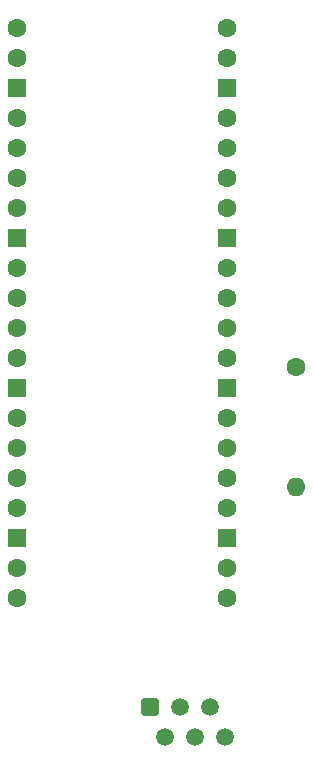
<source format=gbl>
G04 #@! TF.GenerationSoftware,KiCad,Pcbnew,8.0.3*
G04 #@! TF.CreationDate,2024-06-17T12:07:06+02:00*
G04 #@! TF.ProjectId,Rasppipico f_r HAN-port,52617370-7069-4706-9963-6f2066f67220,rev?*
G04 #@! TF.SameCoordinates,Original*
G04 #@! TF.FileFunction,Copper,L2,Bot*
G04 #@! TF.FilePolarity,Positive*
%FSLAX46Y46*%
G04 Gerber Fmt 4.6, Leading zero omitted, Abs format (unit mm)*
G04 Created by KiCad (PCBNEW 8.0.3) date 2024-06-17 12:07:06*
%MOMM*%
%LPD*%
G01*
G04 APERTURE LIST*
G04 Aperture macros list*
%AMRoundRect*
0 Rectangle with rounded corners*
0 $1 Rounding radius*
0 $2 $3 $4 $5 $6 $7 $8 $9 X,Y pos of 4 corners*
0 Add a 4 corners polygon primitive as box body*
4,1,4,$2,$3,$4,$5,$6,$7,$8,$9,$2,$3,0*
0 Add four circle primitives for the rounded corners*
1,1,$1+$1,$2,$3*
1,1,$1+$1,$4,$5*
1,1,$1+$1,$6,$7*
1,1,$1+$1,$8,$9*
0 Add four rect primitives between the rounded corners*
20,1,$1+$1,$2,$3,$4,$5,0*
20,1,$1+$1,$4,$5,$6,$7,0*
20,1,$1+$1,$6,$7,$8,$9,0*
20,1,$1+$1,$8,$9,$2,$3,0*%
G04 Aperture macros list end*
G04 #@! TA.AperFunction,ComponentPad*
%ADD10O,1.600000X1.600000*%
G04 #@! TD*
G04 #@! TA.AperFunction,ComponentPad*
%ADD11C,1.600000*%
G04 #@! TD*
G04 #@! TA.AperFunction,ComponentPad*
%ADD12C,1.520000*%
G04 #@! TD*
G04 #@! TA.AperFunction,ComponentPad*
%ADD13RoundRect,0.250000X-0.510000X-0.510000X0.510000X-0.510000X0.510000X0.510000X-0.510000X0.510000X0*%
G04 #@! TD*
G04 #@! TA.AperFunction,ComponentPad*
%ADD14RoundRect,0.200000X-0.600000X-0.600000X0.600000X-0.600000X0.600000X0.600000X-0.600000X0.600000X0*%
G04 #@! TD*
G04 APERTURE END LIST*
D10*
X156718000Y-94488000D03*
D11*
X156718000Y-84328000D03*
D12*
X150744000Y-115674000D03*
X149474000Y-113134000D03*
X148204000Y-115674000D03*
X146934000Y-113134000D03*
X145664000Y-115674000D03*
D13*
X144394000Y-113134000D03*
D11*
X133096000Y-55626000D03*
X133096000Y-58166000D03*
D14*
X133096000Y-60706000D03*
D11*
X133096000Y-63246000D03*
X133096000Y-65786000D03*
X133096000Y-68326000D03*
X133096000Y-70866000D03*
D14*
X133096000Y-73406000D03*
D11*
X133096000Y-75946000D03*
X133096000Y-78486000D03*
X133096000Y-81026000D03*
X133096000Y-83566000D03*
D14*
X133096000Y-86106000D03*
D11*
X133096000Y-88646000D03*
X133096000Y-91186000D03*
X133137881Y-93726000D03*
X133096000Y-96266000D03*
D14*
X133096000Y-98806000D03*
D11*
X133096000Y-101346000D03*
X133096000Y-103886000D03*
X150876000Y-103886000D03*
X150876000Y-101346000D03*
D14*
X150876000Y-98806000D03*
D11*
X150876000Y-96266000D03*
X150876000Y-93726000D03*
X150876000Y-91186000D03*
X150876000Y-88646000D03*
D14*
X150876000Y-86106000D03*
D11*
X150876000Y-83566000D03*
X150876000Y-81026000D03*
X150876000Y-78486000D03*
X150876000Y-75946000D03*
D14*
X150876000Y-73406000D03*
D11*
X150876000Y-70866000D03*
X150876000Y-68326000D03*
X150876000Y-65786000D03*
X150876000Y-63246000D03*
D14*
X150876000Y-60706000D03*
D11*
X150876000Y-58166000D03*
X150876000Y-55626000D03*
M02*

</source>
